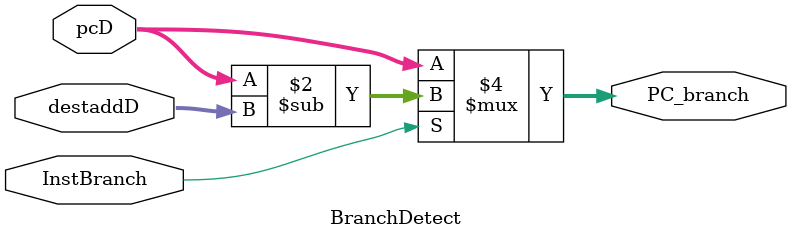
<source format=v>
module BranchDetect(
    input                   InstBranch,
    input       [3:0]       destaddD,
    input       [15:0]      pcD,
    output reg  [15:0]      PC_branch
);

always@(*)begin
    if(InstBranch)
        PC_branch = pcD - destaddD;
    else
        PC_branch = pcD;
end

endmodule
</source>
